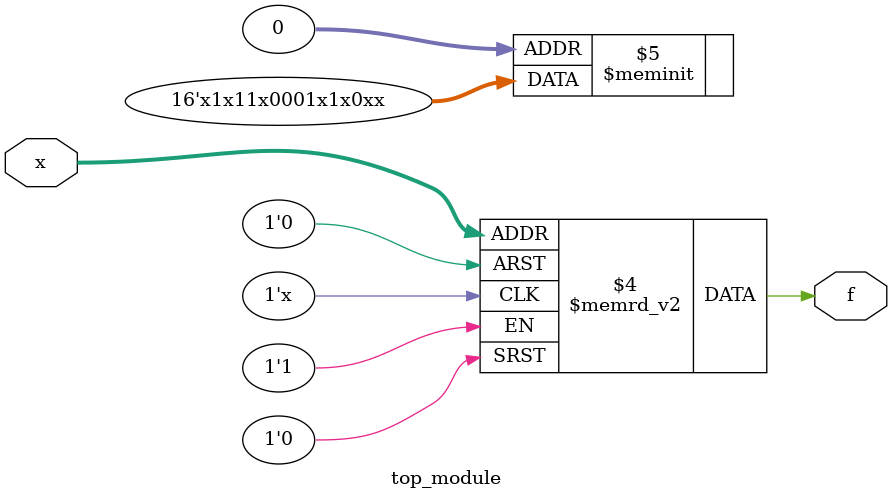
<source format=sv>
module top_module (
    input [4:1] x,
    output logic f
);

    always @(*) begin
        case (x)
            4'h0: f = 1'bx;
            4'h1: f = 1'bx;
            4'h2: f = 1'b0;
            4'h3: f = 1'bx;
            4'h4: f = 1'b1;
            4'h5: f = 1'bx;
            4'h6: f = 1'b1;
            4'h7: f = 1'b0;
            4'h8: f = 1'b0;
            4'h9: f = 1'b0;
            4'hA: f = 1'bx;
            4'hB: f = 1'b1;
            4'hC: f = 1'b1;
            4'hD: f = 1'bx;
            4'hE: f = 1'b1;
            4'hF: f = 1'bx;
            default: f = 1'bx;
        endcase
    end

endmodule

</source>
